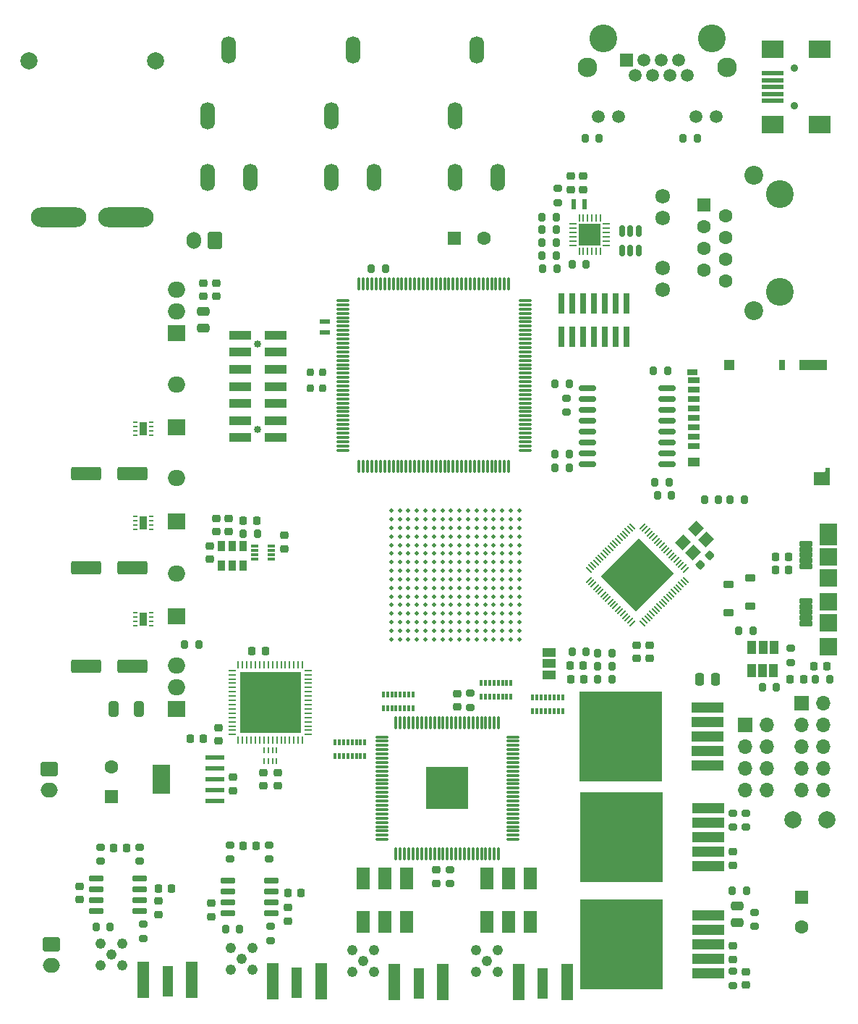
<source format=gbr>
%TF.GenerationSoftware,KiCad,Pcbnew,7.0.2*%
%TF.CreationDate,2024-03-22T17:28:19-04:00*%
%TF.ProjectId,MR-Core,4d522d43-6f72-4652-9e6b-696361645f70,rev?*%
%TF.SameCoordinates,Original*%
%TF.FileFunction,Soldermask,Top*%
%TF.FilePolarity,Negative*%
%FSLAX46Y46*%
G04 Gerber Fmt 4.6, Leading zero omitted, Abs format (unit mm)*
G04 Created by KiCad (PCBNEW 7.0.2) date 2024-03-22 17:28:19*
%MOMM*%
%LPD*%
G01*
G04 APERTURE LIST*
G04 Aperture macros list*
%AMRoundRect*
0 Rectangle with rounded corners*
0 $1 Rounding radius*
0 $2 $3 $4 $5 $6 $7 $8 $9 X,Y pos of 4 corners*
0 Add a 4 corners polygon primitive as box body*
4,1,4,$2,$3,$4,$5,$6,$7,$8,$9,$2,$3,0*
0 Add four circle primitives for the rounded corners*
1,1,$1+$1,$2,$3*
1,1,$1+$1,$4,$5*
1,1,$1+$1,$6,$7*
1,1,$1+$1,$8,$9*
0 Add four rect primitives between the rounded corners*
20,1,$1+$1,$2,$3,$4,$5,0*
20,1,$1+$1,$4,$5,$6,$7,0*
20,1,$1+$1,$6,$7,$8,$9,0*
20,1,$1+$1,$8,$9,$2,$3,0*%
%AMRotRect*
0 Rectangle, with rotation*
0 The origin of the aperture is its center*
0 $1 length*
0 $2 width*
0 $3 Rotation angle, in degrees counterclockwise*
0 Add horizontal line*
21,1,$1,$2,0,0,$3*%
G04 Aperture macros list end*
%ADD10RoundRect,0.225000X0.225000X0.250000X-0.225000X0.250000X-0.225000X-0.250000X0.225000X-0.250000X0*%
%ADD11R,3.700000X1.150000*%
%ADD12R,9.750000X10.500000*%
%ADD13RoundRect,0.150000X-0.875000X-0.150000X0.875000X-0.150000X0.875000X0.150000X-0.875000X0.150000X0*%
%ADD14R,2.000000X1.905000*%
%ADD15O,2.000000X1.905000*%
%ADD16RoundRect,0.200000X-0.200000X-0.275000X0.200000X-0.275000X0.200000X0.275000X-0.200000X0.275000X0*%
%ADD17RoundRect,0.200000X-0.275000X0.200000X-0.275000X-0.200000X0.275000X-0.200000X0.275000X0.200000X0*%
%ADD18R,1.400000X0.700000*%
%ADD19R,1.200000X0.700000*%
%ADD20R,0.800000X1.200000*%
%ADD21R,1.900000X1.500000*%
%ADD22RotRect,0.200000X0.200000X135.000000*%
%ADD23R,0.500000X0.500000*%
%ADD24R,1.400000X1.000000*%
%ADD25R,1.200000X1.200000*%
%ADD26R,3.200000X1.200000*%
%ADD27RoundRect,0.225000X-0.225000X-0.250000X0.225000X-0.250000X0.225000X0.250000X-0.225000X0.250000X0*%
%ADD28R,1.270000X3.600000*%
%ADD29R,1.350000X4.200000*%
%ADD30C,1.240000*%
%ADD31RoundRect,0.218750X-0.218750X-0.256250X0.218750X-0.256250X0.218750X0.256250X-0.218750X0.256250X0*%
%ADD32RoundRect,0.225000X-0.250000X0.225000X-0.250000X-0.225000X0.250000X-0.225000X0.250000X0.225000X0*%
%ADD33RoundRect,0.250000X-0.750000X0.600000X-0.750000X-0.600000X0.750000X-0.600000X0.750000X0.600000X0*%
%ADD34O,2.000000X1.700000*%
%ADD35RoundRect,0.200000X0.275000X-0.200000X0.275000X0.200000X-0.275000X0.200000X-0.275000X-0.200000X0*%
%ADD36RoundRect,0.250000X0.475000X-0.250000X0.475000X0.250000X-0.475000X0.250000X-0.475000X-0.250000X0*%
%ADD37R,1.500000X1.000000*%
%ADD38C,0.900000*%
%ADD39R,2.500000X0.500000*%
%ADD40R,2.500000X2.000000*%
%ADD41RoundRect,0.225000X0.017678X-0.335876X0.335876X-0.017678X-0.017678X0.335876X-0.335876X0.017678X0*%
%ADD42RoundRect,0.200000X0.200000X0.275000X-0.200000X0.275000X-0.200000X-0.275000X0.200000X-0.275000X0*%
%ADD43RoundRect,0.225000X0.250000X-0.225000X0.250000X0.225000X-0.250000X0.225000X-0.250000X-0.225000X0*%
%ADD44RoundRect,0.250000X-0.250000X-0.475000X0.250000X-0.475000X0.250000X0.475000X-0.250000X0.475000X0*%
%ADD45O,1.712000X3.220000*%
%ADD46C,2.000000*%
%ADD47O,6.500000X2.300000*%
%ADD48RoundRect,0.250000X1.500000X0.550000X-1.500000X0.550000X-1.500000X-0.550000X1.500000X-0.550000X0*%
%ADD49RoundRect,0.225000X0.375000X-0.225000X0.375000X0.225000X-0.375000X0.225000X-0.375000X-0.225000X0*%
%ADD50R,1.600000X1.600000*%
%ADD51C,1.600000*%
%ADD52RoundRect,0.250000X0.600000X0.750000X-0.600000X0.750000X-0.600000X-0.750000X0.600000X-0.750000X0*%
%ADD53O,1.700000X2.000000*%
%ADD54R,0.300000X0.800000*%
%ADD55RoundRect,0.050000X0.309359X-0.238649X-0.238649X0.309359X-0.309359X0.238649X0.238649X-0.309359X0*%
%ADD56RoundRect,0.050000X0.309359X0.238649X0.238649X0.309359X-0.309359X-0.238649X-0.238649X-0.309359X0*%
%ADD57RotRect,5.810000X6.310000X135.000000*%
%ADD58R,0.600000X1.200000*%
%ADD59R,0.890000X1.290000*%
%ADD60RoundRect,0.075000X0.075000X-0.662500X0.075000X0.662500X-0.075000X0.662500X-0.075000X-0.662500X0*%
%ADD61RoundRect,0.075000X0.662500X-0.075000X0.662500X0.075000X-0.662500X0.075000X-0.662500X-0.075000X0*%
%ADD62R,5.000000X5.000000*%
%ADD63C,3.250000*%
%ADD64R,1.500000X1.500000*%
%ADD65C,1.500000*%
%ADD66C,2.300000*%
%ADD67R,0.500000X0.250000*%
%ADD68R,0.900000X1.600000*%
%ADD69RoundRect,0.102000X0.675000X-0.200000X0.675000X0.200000X-0.675000X0.200000X-0.675000X-0.200000X0*%
%ADD70RoundRect,0.102000X0.950000X-0.900000X0.950000X0.900000X-0.950000X0.900000X-0.950000X-0.900000X0*%
%ADD71RoundRect,0.102000X0.950000X-0.950000X0.950000X0.950000X-0.950000X0.950000X-0.950000X-0.950000X0*%
%ADD72RoundRect,0.102000X0.950000X-1.150000X0.950000X1.150000X-0.950000X1.150000X-0.950000X-1.150000X0*%
%ADD73RoundRect,0.248000X0.552000X-0.552000X0.552000X0.552000X-0.552000X0.552000X-0.552000X-0.552000X0*%
%ADD74C,1.720000*%
%ADD75C,2.200000*%
%ADD76C,0.850000*%
%ADD77R,2.580000X1.000000*%
%ADD78RoundRect,0.200000X-0.200000X-0.250000X0.200000X-0.250000X0.200000X0.250000X-0.200000X0.250000X0*%
%ADD79RoundRect,0.218750X-0.256250X0.218750X-0.256250X-0.218750X0.256250X-0.218750X0.256250X0.218750X0*%
%ADD80R,1.700000X1.700000*%
%ADD81O,1.700000X1.700000*%
%ADD82R,1.000000X1.500000*%
%ADD83RoundRect,0.218750X0.218750X0.256250X-0.218750X0.256250X-0.218750X-0.256250X0.218750X-0.256250X0*%
%ADD84R,1.200000X0.600000*%
%ADD85R,0.280000X0.640000*%
%ADD86RoundRect,0.150000X0.725000X0.150000X-0.725000X0.150000X-0.725000X-0.150000X0.725000X-0.150000X0*%
%ADD87R,0.850000X0.300000*%
%ADD88RoundRect,0.062500X-0.062500X0.375000X-0.062500X-0.375000X0.062500X-0.375000X0.062500X0.375000X0*%
%ADD89RoundRect,0.062500X-0.375000X0.062500X-0.375000X-0.062500X0.375000X-0.062500X0.375000X0.062500X0*%
%ADD90R,2.500000X2.500000*%
%ADD91RoundRect,0.250000X0.325000X0.650000X-0.325000X0.650000X-0.325000X-0.650000X0.325000X-0.650000X0*%
%ADD92RoundRect,0.062500X0.062500X-0.375000X0.062500X0.375000X-0.062500X0.375000X-0.062500X-0.375000X0*%
%ADD93RoundRect,0.062500X0.375000X-0.062500X0.375000X0.062500X-0.375000X0.062500X-0.375000X-0.062500X0*%
%ADD94R,7.150000X7.150000*%
%ADD95RoundRect,0.150000X-0.150000X0.512500X-0.150000X-0.512500X0.150000X-0.512500X0.150000X0.512500X0*%
%ADD96R,1.650000X2.540000*%
%ADD97R,2.200000X0.600000*%
%ADD98R,2.150000X3.450000*%
%ADD99R,0.740000X2.400000*%
%ADD100C,0.500000*%
%ADD101RoundRect,0.075000X-0.662500X-0.075000X0.662500X-0.075000X0.662500X0.075000X-0.662500X0.075000X0*%
%ADD102RoundRect,0.075000X-0.075000X-0.662500X0.075000X-0.662500X0.075000X0.662500X-0.075000X0.662500X0*%
%ADD103RotRect,1.400000X1.200000X225.000000*%
G04 APERTURE END LIST*
D10*
%TO.C,C104*%
X179025000Y-93750000D03*
X177475000Y-93750000D03*
%TD*%
D11*
%TO.C,U19*%
X169600000Y-140900000D03*
X169600000Y-139200000D03*
X169600000Y-137500000D03*
X169600000Y-135800000D03*
X169600000Y-134100000D03*
D12*
X159425000Y-137500000D03*
%TD*%
D13*
%TO.C,U15*%
X155500000Y-72495429D03*
X155500000Y-73765429D03*
X155500000Y-75035429D03*
X155500000Y-76305429D03*
X155500000Y-77575429D03*
X155500000Y-78845429D03*
X155500000Y-80115429D03*
X155500000Y-81385429D03*
X164800000Y-81385429D03*
X164800000Y-80115429D03*
X164800000Y-78845429D03*
X164800000Y-77575429D03*
X164800000Y-76305429D03*
X164800000Y-75035429D03*
X164800000Y-73765429D03*
X164800000Y-72495429D03*
%TD*%
D14*
%TO.C,R25*%
X107400000Y-77040000D03*
D15*
X107400000Y-72040000D03*
%TD*%
D16*
%TO.C,R23*%
X97950000Y-135500000D03*
X99600000Y-135500000D03*
%TD*%
D17*
%TO.C,R17*%
X113675000Y-125925000D03*
X113675000Y-127575000D03*
%TD*%
D18*
%TO.C,J24*%
X167875000Y-79275000D03*
X167875000Y-78175000D03*
X167875000Y-77075000D03*
X167875000Y-75975000D03*
X167875000Y-74875000D03*
X167875000Y-73775000D03*
X167875000Y-72675000D03*
X167875000Y-71575000D03*
D19*
X167775000Y-70625000D03*
D20*
X178275000Y-69775000D03*
D21*
X182875000Y-83075000D03*
D22*
X183325000Y-82325000D03*
D23*
X183575000Y-82075000D03*
D24*
X167875000Y-81175000D03*
D25*
X172075000Y-69775000D03*
D26*
X181875000Y-69775000D03*
%TD*%
D27*
%TO.C,C103*%
X181975000Y-105000000D03*
X183525000Y-105000000D03*
%TD*%
D28*
%TO.C,J17*%
X135700000Y-142087500D03*
D29*
X132875000Y-141887500D03*
X138525000Y-141887500D03*
%TD*%
D30*
%TO.C,J1*%
X143730000Y-139500000D03*
X142460000Y-138230000D03*
X142460000Y-140770000D03*
X145000000Y-138230000D03*
X145000000Y-140770000D03*
%TD*%
%TO.C,J2*%
X129250000Y-139500000D03*
X127980000Y-138230000D03*
X127980000Y-140770000D03*
X130520000Y-138230000D03*
X130520000Y-140770000D03*
%TD*%
D31*
%TO.C,D4*%
X179212500Y-106500000D03*
X180787500Y-106500000D03*
%TD*%
D16*
%TO.C,R37*%
X150175000Y-54000000D03*
X151825000Y-54000000D03*
%TD*%
D14*
%TO.C,R26*%
X107400000Y-99200000D03*
D15*
X107400000Y-94200000D03*
%TD*%
D32*
%TO.C,C125*%
X161250000Y-102570429D03*
X161250000Y-104120429D03*
%TD*%
D33*
%TO.C,J20*%
X92750000Y-137500000D03*
D34*
X92750000Y-140000000D03*
%TD*%
D17*
%TO.C,R54*%
X153000000Y-73675000D03*
X153000000Y-75325000D03*
%TD*%
D32*
%TO.C,C91*%
X96000000Y-130725000D03*
X96000000Y-132275000D03*
%TD*%
D35*
%TO.C,R60*%
X179250000Y-104575000D03*
X179250000Y-102925000D03*
%TD*%
D36*
%TO.C,C155*%
X110500000Y-65450000D03*
X110500000Y-63550000D03*
%TD*%
D30*
%TO.C,J3*%
X99797500Y-138750000D03*
X101067500Y-140020000D03*
X101067500Y-137480000D03*
X98527500Y-140020000D03*
X98527500Y-137480000D03*
%TD*%
D37*
%TO.C,JP8*%
X151000000Y-106000000D03*
X151000000Y-104700000D03*
X151000000Y-103400000D03*
%TD*%
D38*
%TO.C,J23*%
X179725000Y-39500000D03*
X179725000Y-35100000D03*
D39*
X177125000Y-38900000D03*
X177125000Y-38100000D03*
X177125000Y-37300000D03*
X177125000Y-36500000D03*
X177125000Y-35700000D03*
D40*
X177125000Y-41700000D03*
X182625000Y-41700000D03*
X177125000Y-32900000D03*
X182625000Y-32900000D03*
%TD*%
D27*
%TO.C,C190*%
X115200000Y-88000000D03*
X116750000Y-88000000D03*
%TD*%
D41*
%TO.C,C106*%
X168701992Y-93143437D03*
X169798008Y-92047421D03*
%TD*%
D42*
%TO.C,R56*%
X173825000Y-85500000D03*
X172175000Y-85500000D03*
%TD*%
D43*
%TO.C,C191*%
X112000000Y-89275000D03*
X112000000Y-87725000D03*
%TD*%
D44*
%TO.C,C136*%
X168550000Y-106500000D03*
X170450000Y-106500000D03*
%TD*%
D45*
%TO.C,J22*%
X128000000Y-33000000D03*
X125500000Y-47900000D03*
X130500000Y-47900000D03*
X125500000Y-40700000D03*
%TD*%
D16*
%TO.C,R77*%
X163175000Y-70500000D03*
X164825000Y-70500000D03*
%TD*%
D35*
%TO.C,R99*%
X172500000Y-123825000D03*
X172500000Y-122175000D03*
%TD*%
D31*
%TO.C,D9*%
X153412500Y-104900000D03*
X154987500Y-104900000D03*
%TD*%
D17*
%TO.C,R12*%
X141750000Y-108175000D03*
X141750000Y-109825000D03*
%TD*%
D16*
%TO.C,R78*%
X151675000Y-81845429D03*
X153325000Y-81845429D03*
%TD*%
D46*
%TO.C,J12*%
X90110000Y-34260000D03*
X104890000Y-34260000D03*
D47*
X93550000Y-52500000D03*
X101450000Y-52500000D03*
%TD*%
D48*
%TO.C,C138*%
X102200000Y-82500000D03*
X96800000Y-82500000D03*
%TD*%
D42*
%TO.C,R59*%
X174825000Y-100845429D03*
X173175000Y-100845429D03*
%TD*%
D35*
%TO.C,RBIAS1*%
X139400000Y-130425000D03*
X139400000Y-128775000D03*
%TD*%
D49*
%TO.C,D2*%
X172000000Y-98745429D03*
X172000000Y-95445429D03*
%TD*%
D28*
%TO.C,J18*%
X150250000Y-142087500D03*
D29*
X147425000Y-141887500D03*
X153075000Y-141887500D03*
%TD*%
D42*
%TO.C,R57*%
X170825000Y-85500000D03*
X169175000Y-85500000D03*
%TD*%
D10*
%TO.C,C158*%
X110500000Y-113500000D03*
X108950000Y-113500000D03*
%TD*%
D50*
%TO.C,C139*%
X180500000Y-132000000D03*
D51*
X180500000Y-135500000D03*
%TD*%
D32*
%TO.C,C192*%
X111250000Y-90975000D03*
X111250000Y-92525000D03*
%TD*%
D16*
%TO.C,R96*%
X172425000Y-131250000D03*
X174075000Y-131250000D03*
%TD*%
D52*
%TO.C,J19*%
X111900000Y-55200000D03*
D53*
X109400000Y-55200000D03*
%TD*%
D54*
%TO.C,RN3*%
X129420000Y-115482929D03*
X128920000Y-115482929D03*
X128420000Y-115482929D03*
X127920000Y-115482929D03*
X127420000Y-115482929D03*
X126920000Y-115482929D03*
X126420000Y-115482929D03*
X125920000Y-115482929D03*
X125920000Y-113882929D03*
X126420000Y-113882929D03*
X126920000Y-113882929D03*
X127420000Y-113882929D03*
X127920000Y-113882929D03*
X128420000Y-113882929D03*
X128920000Y-113882929D03*
X129420000Y-113882929D03*
%TD*%
D55*
%TO.C,U6*%
X161892202Y-100002373D03*
X162175045Y-99719530D03*
X162457887Y-99436687D03*
X162740730Y-99153845D03*
X163023573Y-98871002D03*
X163306415Y-98588159D03*
X163589258Y-98305316D03*
X163872101Y-98022474D03*
X164154944Y-97739631D03*
X164437786Y-97456788D03*
X164720629Y-97173946D03*
X165003472Y-96891103D03*
X165286314Y-96608260D03*
X165569157Y-96325417D03*
X165852000Y-96042575D03*
X166134843Y-95759732D03*
X166417685Y-95476889D03*
X166700528Y-95194047D03*
X166983371Y-94911204D03*
D56*
X166983371Y-93726800D03*
X166700528Y-93443957D03*
X166417685Y-93161115D03*
X166134843Y-92878272D03*
X165852000Y-92595429D03*
X165569157Y-92312587D03*
X165286314Y-92029744D03*
X165003472Y-91746901D03*
X164720629Y-91464058D03*
X164437786Y-91181216D03*
X164154944Y-90898373D03*
X163872101Y-90615530D03*
X163589258Y-90332688D03*
X163306415Y-90049845D03*
X163023573Y-89767002D03*
X162740730Y-89484159D03*
X162457887Y-89201317D03*
X162175045Y-88918474D03*
X161892202Y-88635631D03*
D55*
X160707798Y-88635631D03*
X160424955Y-88918474D03*
X160142113Y-89201317D03*
X159859270Y-89484159D03*
X159576427Y-89767002D03*
X159293585Y-90049845D03*
X159010742Y-90332688D03*
X158727899Y-90615530D03*
X158445056Y-90898373D03*
X158162214Y-91181216D03*
X157879371Y-91464058D03*
X157596528Y-91746901D03*
X157313686Y-92029744D03*
X157030843Y-92312587D03*
X156748000Y-92595429D03*
X156465157Y-92878272D03*
X156182315Y-93161115D03*
X155899472Y-93443957D03*
X155616629Y-93726800D03*
D56*
X155616629Y-94911204D03*
X155899472Y-95194047D03*
X156182315Y-95476889D03*
X156465157Y-95759732D03*
X156748000Y-96042575D03*
X157030843Y-96325417D03*
X157313686Y-96608260D03*
X157596528Y-96891103D03*
X157879371Y-97173946D03*
X158162214Y-97456788D03*
X158445056Y-97739631D03*
X158727899Y-98022474D03*
X159010742Y-98305316D03*
X159293585Y-98588159D03*
X159576427Y-98871002D03*
X159859270Y-99153845D03*
X160142113Y-99436687D03*
X160424955Y-99719530D03*
X160707798Y-100002373D03*
D57*
X161300000Y-94319002D03*
%TD*%
D58*
%TO.C,Y1*%
X155100000Y-51000000D03*
X153900000Y-51000000D03*
%TD*%
D32*
%TO.C,C95*%
X119250000Y-117475000D03*
X119250000Y-119025000D03*
%TD*%
D43*
%TO.C,C6*%
X112250000Y-113775000D03*
X112250000Y-112225000D03*
%TD*%
D32*
%TO.C,C197*%
X110500000Y-60225000D03*
X110500000Y-61775000D03*
%TD*%
D16*
%TO.C,R21*%
X113100000Y-135750000D03*
X114750000Y-135750000D03*
%TD*%
D59*
%TO.C,U3*%
X112660000Y-93250000D03*
X113930000Y-93250000D03*
X115200000Y-93250000D03*
X115200000Y-91000000D03*
X113930000Y-91000000D03*
X112660000Y-91000000D03*
%TD*%
D42*
%TO.C,R81*%
X153325000Y-80190429D03*
X151675000Y-80190429D03*
%TD*%
D16*
%TO.C,R36*%
X150175000Y-52500000D03*
X151825000Y-52500000D03*
%TD*%
D46*
%TO.C,TP8*%
X183500000Y-123000000D03*
%TD*%
D28*
%TO.C,J8*%
X106325000Y-141837500D03*
D29*
X103500000Y-141637500D03*
X109150000Y-141637500D03*
%TD*%
D48*
%TO.C,C202*%
X102200000Y-105000000D03*
X96800000Y-105000000D03*
%TD*%
D35*
%TO.C,R22*%
X103525000Y-136825000D03*
X103525000Y-135175000D03*
%TD*%
D60*
%TO.C,U1*%
X133070000Y-126932929D03*
X133570000Y-126932929D03*
X134070000Y-126932929D03*
X134570000Y-126932929D03*
X135070000Y-126932929D03*
X135570000Y-126932929D03*
X136070000Y-126932929D03*
X136570000Y-126932929D03*
X137070000Y-126932929D03*
X137570000Y-126932929D03*
X138070000Y-126932929D03*
X138570000Y-126932929D03*
X139070000Y-126932929D03*
X139570000Y-126932929D03*
X140070000Y-126932929D03*
X140570000Y-126932929D03*
X141070000Y-126932929D03*
X141570000Y-126932929D03*
X142070000Y-126932929D03*
X142570000Y-126932929D03*
X143070000Y-126932929D03*
X143570000Y-126932929D03*
X144070000Y-126932929D03*
X144570000Y-126932929D03*
X145070000Y-126932929D03*
D61*
X146732500Y-125270429D03*
X146732500Y-124770429D03*
X146732500Y-124270429D03*
X146732500Y-123770429D03*
X146732500Y-123270429D03*
X146732500Y-122770429D03*
X146732500Y-122270429D03*
X146732500Y-121770429D03*
X146732500Y-121270429D03*
X146732500Y-120770429D03*
X146732500Y-120270429D03*
X146732500Y-119770429D03*
X146732500Y-119270429D03*
X146732500Y-118770429D03*
X146732500Y-118270429D03*
X146732500Y-117770429D03*
X146732500Y-117270429D03*
X146732500Y-116770429D03*
X146732500Y-116270429D03*
X146732500Y-115770429D03*
X146732500Y-115270429D03*
X146732500Y-114770429D03*
X146732500Y-114270429D03*
X146732500Y-113770429D03*
X146732500Y-113270429D03*
D60*
X145070000Y-111607929D03*
X144570000Y-111607929D03*
X144070000Y-111607929D03*
X143570000Y-111607929D03*
X143070000Y-111607929D03*
X142570000Y-111607929D03*
X142070000Y-111607929D03*
X141570000Y-111607929D03*
X141070000Y-111607929D03*
X140570000Y-111607929D03*
X140070000Y-111607929D03*
X139570000Y-111607929D03*
X139070000Y-111607929D03*
X138570000Y-111607929D03*
X138070000Y-111607929D03*
X137570000Y-111607929D03*
X137070000Y-111607929D03*
X136570000Y-111607929D03*
X136070000Y-111607929D03*
X135570000Y-111607929D03*
X135070000Y-111607929D03*
X134570000Y-111607929D03*
X134070000Y-111607929D03*
X133570000Y-111607929D03*
X133070000Y-111607929D03*
D61*
X131407500Y-113270429D03*
X131407500Y-113770429D03*
X131407500Y-114270429D03*
X131407500Y-114770429D03*
X131407500Y-115270429D03*
X131407500Y-115770429D03*
X131407500Y-116270429D03*
X131407500Y-116770429D03*
X131407500Y-117270429D03*
X131407500Y-117770429D03*
X131407500Y-118270429D03*
X131407500Y-118770429D03*
X131407500Y-119270429D03*
X131407500Y-119770429D03*
X131407500Y-120270429D03*
X131407500Y-120770429D03*
X131407500Y-121270429D03*
X131407500Y-121770429D03*
X131407500Y-122270429D03*
X131407500Y-122770429D03*
X131407500Y-123270429D03*
X131407500Y-123770429D03*
X131407500Y-124270429D03*
X131407500Y-124770429D03*
X131407500Y-125270429D03*
D62*
X139070000Y-119270429D03*
%TD*%
D28*
%TO.C,J16*%
X121450000Y-142037500D03*
D29*
X118625000Y-141837500D03*
X124275000Y-141837500D03*
%TD*%
D63*
%TO.C,J9*%
X157290000Y-31585000D03*
X169990000Y-31585000D03*
D64*
X160080000Y-34125000D03*
D65*
X161096000Y-35905000D03*
X162112000Y-34125000D03*
X163128000Y-35905000D03*
X164144000Y-34125000D03*
X165160000Y-35905000D03*
X166176000Y-34125000D03*
X167192000Y-35905000D03*
X156780000Y-40725000D03*
X159070000Y-40725000D03*
X168210000Y-40725000D03*
X170500000Y-40725000D03*
D66*
X155510000Y-35015000D03*
X171770000Y-35015000D03*
%TD*%
D42*
%TO.C,R31*%
X110000000Y-102500000D03*
X108350000Y-102500000D03*
%TD*%
D54*
%TO.C,RN4*%
X143020000Y-106932929D03*
X143520000Y-106932929D03*
X144020000Y-106932929D03*
X144520000Y-106932929D03*
X145020000Y-106932929D03*
X145520000Y-106932929D03*
X146020000Y-106932929D03*
X146520000Y-106932929D03*
X146520000Y-108532929D03*
X146020000Y-108532929D03*
X145520000Y-108532929D03*
X145020000Y-108532929D03*
X144520000Y-108532929D03*
X144020000Y-108532929D03*
X143520000Y-108532929D03*
X143020000Y-108532929D03*
%TD*%
D35*
%TO.C,R7*%
X118175000Y-127575000D03*
X118175000Y-125925000D03*
%TD*%
D67*
%TO.C,U27*%
X104450000Y-89000000D03*
X104450000Y-88500000D03*
X104450000Y-88000000D03*
X104450000Y-87500000D03*
X102550000Y-87500000D03*
X102550000Y-88000000D03*
X102550000Y-88500000D03*
X102550000Y-89000000D03*
D68*
X103500000Y-88250000D03*
%TD*%
D69*
%TO.C,J14*%
X181000000Y-100000000D03*
X181000000Y-99350000D03*
X181000000Y-98700000D03*
X181000000Y-98050000D03*
X181000000Y-97400000D03*
X181000000Y-93300000D03*
X181000000Y-92650000D03*
X181000000Y-92000000D03*
X181000000Y-91350000D03*
X181000000Y-90700000D03*
D70*
X183675000Y-102700000D03*
D71*
X183675000Y-99900000D03*
X183675000Y-97500000D03*
D70*
X183675000Y-94700000D03*
X183675000Y-92200000D03*
D72*
X183675000Y-89600000D03*
%TD*%
D46*
%TO.C,TP7*%
X179500000Y-123000000D03*
%TD*%
D63*
%TO.C,J15*%
X178000000Y-49785000D03*
X178000000Y-61215000D03*
D73*
X169110000Y-51055000D03*
D51*
X171650000Y-52325000D03*
X169110000Y-53595000D03*
X171650000Y-54865000D03*
X169110000Y-56135000D03*
X171650000Y-57405000D03*
X169110000Y-58675000D03*
X171650000Y-59945000D03*
D74*
X164280000Y-50035000D03*
X164280000Y-52575000D03*
X164280000Y-58425000D03*
X164280000Y-60965000D03*
D75*
X174950000Y-47600000D03*
X174950000Y-63400000D03*
%TD*%
D76*
%TO.C,J13*%
X116900000Y-77300000D03*
X116900000Y-67300000D03*
D77*
X118985000Y-78300000D03*
X114815000Y-78300000D03*
X118985000Y-76300000D03*
X114815000Y-76300000D03*
X118985000Y-74300000D03*
X114815000Y-74300000D03*
X118985000Y-72300000D03*
X114815000Y-72300000D03*
X118985000Y-70300000D03*
X114815000Y-70300000D03*
X118985000Y-68300000D03*
X114815000Y-68300000D03*
X118985000Y-66300000D03*
X114815000Y-66300000D03*
%TD*%
D42*
%TO.C,R47*%
X158325000Y-103500000D03*
X156675000Y-103500000D03*
%TD*%
D54*
%TO.C,RN6*%
X131570000Y-108332929D03*
X132070000Y-108332929D03*
X132570000Y-108332929D03*
X133070000Y-108332929D03*
X133570000Y-108332929D03*
X134070000Y-108332929D03*
X134570000Y-108332929D03*
X135070000Y-108332929D03*
X135070000Y-109932929D03*
X134570000Y-109932929D03*
X134070000Y-109932929D03*
X133570000Y-109932929D03*
X133070000Y-109932929D03*
X132570000Y-109932929D03*
X132070000Y-109932929D03*
X131570000Y-109932929D03*
%TD*%
D35*
%TO.C,R95*%
X175000000Y-135425000D03*
X175000000Y-133775000D03*
%TD*%
D16*
%TO.C,R80*%
X163350000Y-83500000D03*
X165000000Y-83500000D03*
%TD*%
D11*
%TO.C,U20*%
X169500000Y-116600000D03*
X169500000Y-114900000D03*
X169500000Y-113200000D03*
X169500000Y-111500000D03*
X169500000Y-109800000D03*
D12*
X159325000Y-113200000D03*
%TD*%
D43*
%TO.C,C11*%
X172500000Y-128275000D03*
X172500000Y-126725000D03*
%TD*%
D78*
%TO.C,X1*%
X123025000Y-70650000D03*
X123025000Y-72500000D03*
X124475000Y-72500000D03*
X124475000Y-70650000D03*
%TD*%
D42*
%TO.C,R51*%
X158325000Y-106500000D03*
X156675000Y-106500000D03*
%TD*%
D17*
%TO.C,R19*%
X98525000Y-126175000D03*
X98525000Y-127825000D03*
%TD*%
D32*
%TO.C,C124*%
X162750000Y-102570429D03*
X162750000Y-104120429D03*
%TD*%
D42*
%TO.C,R76*%
X158325000Y-105000000D03*
X156675000Y-105000000D03*
%TD*%
D50*
%TO.C,C198*%
X99750000Y-120250000D03*
D51*
X99750000Y-116750000D03*
%TD*%
D79*
%TO.C,D7*%
X112000000Y-60212500D03*
X112000000Y-61787500D03*
%TD*%
D80*
%TO.C,J6*%
X180500000Y-109340000D03*
D81*
X183040000Y-109340000D03*
X180500000Y-111880000D03*
X183040000Y-111880000D03*
X180500000Y-114420000D03*
X183040000Y-114420000D03*
X180500000Y-116960000D03*
X183040000Y-116960000D03*
X180500000Y-119500000D03*
X183040000Y-119500000D03*
%TD*%
D82*
%TO.C,JP2*%
X174650000Y-105500000D03*
X175950000Y-105500000D03*
X177250000Y-105500000D03*
%TD*%
D14*
%TO.C,U14*%
X107400000Y-66040000D03*
D15*
X107400000Y-63500000D03*
X107400000Y-60960000D03*
%TD*%
D16*
%TO.C,R35*%
X150175000Y-55500000D03*
X151825000Y-55500000D03*
%TD*%
D83*
%TO.C,D8*%
X155075000Y-106500000D03*
X153500000Y-106500000D03*
%TD*%
D11*
%TO.C,U21*%
X169600000Y-128400000D03*
X169600000Y-126700000D03*
X169600000Y-125000000D03*
X169600000Y-123300000D03*
X169600000Y-121600000D03*
D12*
X159425000Y-125000000D03*
%TD*%
D84*
%TO.C,Y3*%
X124750000Y-65950000D03*
X124750000Y-64750000D03*
%TD*%
D43*
%TO.C,C157*%
X114000000Y-119550000D03*
X114000000Y-118000000D03*
%TD*%
D85*
%TO.C,C8*%
X117600000Y-116135000D03*
X118100000Y-116135000D03*
X118600000Y-116135000D03*
X119100000Y-116135000D03*
X119100000Y-114865000D03*
X118600000Y-114865000D03*
X118100000Y-114865000D03*
X117600000Y-114865000D03*
%TD*%
D16*
%TO.C,R93*%
X155175000Y-43250000D03*
X156825000Y-43250000D03*
%TD*%
D86*
%TO.C,U8*%
X103100000Y-133655000D03*
X103100000Y-132385000D03*
X103100000Y-131115000D03*
X103100000Y-129845000D03*
X97950000Y-129845000D03*
X97950000Y-131115000D03*
X97950000Y-132385000D03*
X97950000Y-133655000D03*
%TD*%
D45*
%TO.C,J7*%
X113500000Y-33000000D03*
X111000000Y-47900000D03*
X116000000Y-47900000D03*
X111000000Y-40700000D03*
%TD*%
D87*
%TO.C,U7*%
X116550000Y-91000000D03*
X116550000Y-91500000D03*
X116550000Y-92000000D03*
X116550000Y-92500000D03*
X118450000Y-92500000D03*
X118450000Y-92000000D03*
X118450000Y-91500000D03*
X118450000Y-91000000D03*
%TD*%
D88*
%TO.C,U13*%
X157000000Y-52625000D03*
X156500000Y-52625000D03*
X156000000Y-52625000D03*
X155500000Y-52625000D03*
X155000000Y-52625000D03*
X154500000Y-52625000D03*
D89*
X153812500Y-53312500D03*
X153812500Y-53812500D03*
X153812500Y-54312500D03*
X153812500Y-54812500D03*
X153812500Y-55312500D03*
X153812500Y-55812500D03*
D88*
X154500000Y-56500000D03*
X155000000Y-56500000D03*
X155500000Y-56500000D03*
X156000000Y-56500000D03*
X156500000Y-56500000D03*
X157000000Y-56500000D03*
D89*
X157687500Y-55812500D03*
X157687500Y-55312500D03*
X157687500Y-54812500D03*
X157687500Y-54312500D03*
X157687500Y-53812500D03*
X157687500Y-53312500D03*
D90*
X155750000Y-54562500D03*
%TD*%
D42*
%TO.C,R6*%
X116825000Y-89500000D03*
X115175000Y-89500000D03*
%TD*%
D17*
%TO.C,R100*%
X174000000Y-122175000D03*
X174000000Y-123825000D03*
%TD*%
D16*
%TO.C,R34*%
X150175000Y-57000000D03*
X151825000Y-57000000D03*
%TD*%
D91*
%TO.C,C201*%
X102950000Y-110000000D03*
X100000000Y-110000000D03*
%TD*%
D92*
%TO.C,U5*%
X114612500Y-113687500D03*
X115112500Y-113687500D03*
X115612500Y-113687500D03*
X116112500Y-113687500D03*
X116612500Y-113687500D03*
X117112500Y-113687500D03*
X117612500Y-113687500D03*
X118112500Y-113687500D03*
X118612500Y-113687500D03*
X119112500Y-113687500D03*
X119612500Y-113687500D03*
X120112500Y-113687500D03*
X120612500Y-113687500D03*
X121112500Y-113687500D03*
X121612500Y-113687500D03*
X122112500Y-113687500D03*
D93*
X122800000Y-113000000D03*
X122800000Y-112500000D03*
X122800000Y-112000000D03*
X122800000Y-111500000D03*
X122800000Y-111000000D03*
X122800000Y-110500000D03*
X122800000Y-110000000D03*
X122800000Y-109500000D03*
X122800000Y-109000000D03*
X122800000Y-108500000D03*
X122800000Y-108000000D03*
X122800000Y-107500000D03*
X122800000Y-107000000D03*
X122800000Y-106500000D03*
X122800000Y-106000000D03*
X122800000Y-105500000D03*
D92*
X122112500Y-104812500D03*
X121612500Y-104812500D03*
X121112500Y-104812500D03*
X120612500Y-104812500D03*
X120112500Y-104812500D03*
X119612500Y-104812500D03*
X119112500Y-104812500D03*
X118612500Y-104812500D03*
X118112500Y-104812500D03*
X117612500Y-104812500D03*
X117112500Y-104812500D03*
X116612500Y-104812500D03*
X116112500Y-104812500D03*
X115612500Y-104812500D03*
X115112500Y-104812500D03*
X114612500Y-104812500D03*
D93*
X113925000Y-105500000D03*
X113925000Y-106000000D03*
X113925000Y-106500000D03*
X113925000Y-107000000D03*
X113925000Y-107500000D03*
X113925000Y-108000000D03*
X113925000Y-108500000D03*
X113925000Y-109000000D03*
X113925000Y-109500000D03*
X113925000Y-110000000D03*
X113925000Y-110500000D03*
X113925000Y-111000000D03*
X113925000Y-111500000D03*
X113925000Y-112000000D03*
X113925000Y-112500000D03*
X113925000Y-113000000D03*
D94*
X118362500Y-109250000D03*
%TD*%
D16*
%TO.C,R46*%
X130175000Y-58500000D03*
X131825000Y-58500000D03*
%TD*%
D95*
%TO.C,U17*%
X161450000Y-54112500D03*
X160500000Y-54112500D03*
X159550000Y-54112500D03*
X159550000Y-56387500D03*
X160500000Y-56387500D03*
X161450000Y-56387500D03*
%TD*%
D43*
%TO.C,C203*%
X155000000Y-49275000D03*
X155000000Y-47725000D03*
%TD*%
D49*
%TO.C,D3*%
X174500000Y-97995429D03*
X174500000Y-94695429D03*
%TD*%
D96*
%TO.C,TR1*%
X148820000Y-129855429D03*
X146280000Y-129855429D03*
X143740000Y-129855429D03*
X143740000Y-134935429D03*
X146280000Y-134935429D03*
X148820000Y-134935429D03*
%TD*%
D97*
%TO.C,U16*%
X111887500Y-120790000D03*
X111887500Y-119520000D03*
X111887500Y-118250000D03*
X111887500Y-116980000D03*
X111887500Y-115710000D03*
D98*
X105587500Y-118250000D03*
%TD*%
D30*
%TO.C,J4*%
X115000000Y-139250000D03*
X113730000Y-140520000D03*
X116270000Y-140520000D03*
X113730000Y-137980000D03*
X116270000Y-137980000D03*
%TD*%
D36*
%TO.C,C135*%
X173000000Y-134950000D03*
X173000000Y-133050000D03*
%TD*%
D42*
%TO.C,R53*%
X165325000Y-85000000D03*
X163675000Y-85000000D03*
%TD*%
D14*
%TO.C,R30*%
X107400000Y-88040000D03*
D15*
X107400000Y-83040000D03*
%TD*%
D48*
%TO.C,C196*%
X102200000Y-93500000D03*
X96800000Y-93500000D03*
%TD*%
D99*
%TO.C,J11*%
X152380000Y-66500000D03*
X152380000Y-62600000D03*
X153650000Y-66500000D03*
X153650000Y-62600000D03*
X154920000Y-66500000D03*
X154920000Y-62600000D03*
X156190000Y-66500000D03*
X156190000Y-62600000D03*
X157460000Y-66500000D03*
X157460000Y-62600000D03*
X158730000Y-66500000D03*
X158730000Y-62600000D03*
X160000000Y-66500000D03*
X160000000Y-62600000D03*
%TD*%
D43*
%TO.C,C204*%
X153500000Y-49275000D03*
X153500000Y-47725000D03*
%TD*%
D100*
%TO.C,U2*%
X132500000Y-86845429D03*
X133500000Y-86845429D03*
X134500000Y-86845429D03*
X135500000Y-86845429D03*
X136500000Y-86845429D03*
X137500000Y-86845429D03*
X138500000Y-86845429D03*
X139500000Y-86845429D03*
X140500000Y-86845429D03*
X141500000Y-86845429D03*
X142500000Y-86845429D03*
X143500000Y-86845429D03*
X144500000Y-86845429D03*
X145500000Y-86845429D03*
X146500000Y-86845429D03*
X147500000Y-86845429D03*
X132500000Y-87845429D03*
X133500000Y-87845429D03*
X134500000Y-87845429D03*
X135500000Y-87845429D03*
X136500000Y-87845429D03*
X137500000Y-87845429D03*
X138500000Y-87845429D03*
X139500000Y-87845429D03*
X140500000Y-87845429D03*
X141500000Y-87845429D03*
X142500000Y-87845429D03*
X143500000Y-87845429D03*
X144500000Y-87845429D03*
X145500000Y-87845429D03*
X146500000Y-87845429D03*
X147500000Y-87845429D03*
X132500000Y-88845429D03*
X133500000Y-88845429D03*
X134500000Y-88845429D03*
X135500000Y-88845429D03*
X136500000Y-88845429D03*
X137500000Y-88845429D03*
X138500000Y-88845429D03*
X139500000Y-88845429D03*
X140500000Y-88845429D03*
X141500000Y-88845429D03*
X142500000Y-88845429D03*
X143500000Y-88845429D03*
X144500000Y-88845429D03*
X145500000Y-88845429D03*
X146500000Y-88845429D03*
X147500000Y-88845429D03*
X132500000Y-89845429D03*
X133500000Y-89845429D03*
X134500000Y-89845429D03*
X135500000Y-89845429D03*
X136500000Y-89845429D03*
X137500000Y-89845429D03*
X138500000Y-89845429D03*
X139500000Y-89845429D03*
X140500000Y-89845429D03*
X141500000Y-89845429D03*
X142500000Y-89845429D03*
X143500000Y-89845429D03*
X144500000Y-89845429D03*
X145500000Y-89845429D03*
X146500000Y-89845429D03*
X147500000Y-89845429D03*
X132500000Y-90845429D03*
X133500000Y-90845429D03*
X134500000Y-90845429D03*
X135500000Y-90845429D03*
X136500000Y-90845429D03*
X137500000Y-90845429D03*
X138500000Y-90845429D03*
X139500000Y-90845429D03*
X140500000Y-90845429D03*
X141500000Y-90845429D03*
X142500000Y-90845429D03*
X143500000Y-90845429D03*
X144500000Y-90845429D03*
X145500000Y-90845429D03*
X146500000Y-90845429D03*
X147500000Y-90845429D03*
X132500000Y-91845429D03*
X133500000Y-91845429D03*
X134500000Y-91845429D03*
X135500000Y-91845429D03*
X136500000Y-91845429D03*
X137500000Y-91845429D03*
X138500000Y-91845429D03*
X139500000Y-91845429D03*
X140500000Y-91845429D03*
X141500000Y-91845429D03*
X142500000Y-91845429D03*
X143500000Y-91845429D03*
X144500000Y-91845429D03*
X145500000Y-91845429D03*
X146500000Y-91845429D03*
X147500000Y-91845429D03*
X132500000Y-92845429D03*
X133500000Y-92845429D03*
X134500000Y-92845429D03*
X135500000Y-92845429D03*
X136500000Y-92845429D03*
X137500000Y-92845429D03*
X138500000Y-92845429D03*
X139500000Y-92845429D03*
X140500000Y-92845429D03*
X141500000Y-92845429D03*
X142500000Y-92845429D03*
X143500000Y-92845429D03*
X144500000Y-92845429D03*
X145500000Y-92845429D03*
X146500000Y-92845429D03*
X147500000Y-92845429D03*
X132500000Y-93845429D03*
X133500000Y-93845429D03*
X134500000Y-93845429D03*
X135500000Y-93845429D03*
X136500000Y-93845429D03*
X137500000Y-93845429D03*
X138500000Y-93845429D03*
X139500000Y-93845429D03*
X140500000Y-93845429D03*
X141500000Y-93845429D03*
X142500000Y-93845429D03*
X143500000Y-93845429D03*
X144500000Y-93845429D03*
X145500000Y-93845429D03*
X146500000Y-93845429D03*
X147500000Y-93845429D03*
X132500000Y-94845429D03*
X133500000Y-94845429D03*
X134500000Y-94845429D03*
X135500000Y-94845429D03*
X136500000Y-94845429D03*
X137500000Y-94845429D03*
X138500000Y-94845429D03*
X139500000Y-94845429D03*
X140500000Y-94845429D03*
X141500000Y-94845429D03*
X142500000Y-94845429D03*
X143500000Y-94845429D03*
X144500000Y-94845429D03*
X145500000Y-94845429D03*
X146500000Y-94845429D03*
X147500000Y-94845429D03*
X132500000Y-95845429D03*
X133500000Y-95845429D03*
X134500000Y-95845429D03*
X135500000Y-95845429D03*
X136500000Y-95845429D03*
X137500000Y-95845429D03*
X138500000Y-95845429D03*
X139500000Y-95845429D03*
X140500000Y-95845429D03*
X141500000Y-95845429D03*
X142500000Y-95845429D03*
X143500000Y-95845429D03*
X144500000Y-95845429D03*
X145500000Y-95845429D03*
X146500000Y-95845429D03*
X147500000Y-95845429D03*
X132500000Y-96845429D03*
X133500000Y-96845429D03*
X134500000Y-96845429D03*
X135500000Y-96845429D03*
X136500000Y-96845429D03*
X137500000Y-96845429D03*
X138500000Y-96845429D03*
X139500000Y-96845429D03*
X140500000Y-96845429D03*
X141500000Y-96845429D03*
X142500000Y-96845429D03*
X143500000Y-96845429D03*
X144500000Y-96845429D03*
X145500000Y-96845429D03*
X146500000Y-96845429D03*
X147500000Y-96845429D03*
X132500000Y-97845429D03*
X133500000Y-97845429D03*
X134500000Y-97845429D03*
X135500000Y-97845429D03*
X136500000Y-97845429D03*
X137500000Y-97845429D03*
X138500000Y-97845429D03*
X139500000Y-97845429D03*
X140500000Y-97845429D03*
X141500000Y-97845429D03*
X142500000Y-97845429D03*
X143500000Y-97845429D03*
X144500000Y-97845429D03*
X145500000Y-97845429D03*
X146500000Y-97845429D03*
X147500000Y-97845429D03*
X132500000Y-98845429D03*
X133500000Y-98845429D03*
X134500000Y-98845429D03*
X135500000Y-98845429D03*
X136500000Y-98845429D03*
X137500000Y-98845429D03*
X138500000Y-98845429D03*
X139500000Y-98845429D03*
X140500000Y-98845429D03*
X141500000Y-98845429D03*
X142500000Y-98845429D03*
X143500000Y-98845429D03*
X144500000Y-98845429D03*
X145500000Y-98845429D03*
X146500000Y-98845429D03*
X147500000Y-98845429D03*
X132500000Y-99845429D03*
X133500000Y-99845429D03*
X134500000Y-99845429D03*
X135500000Y-99845429D03*
X136500000Y-99845429D03*
X137500000Y-99845429D03*
X138500000Y-99845429D03*
X139500000Y-99845429D03*
X140500000Y-99845429D03*
X141500000Y-99845429D03*
X142500000Y-99845429D03*
X143500000Y-99845429D03*
X144500000Y-99845429D03*
X145500000Y-99845429D03*
X146500000Y-99845429D03*
X147500000Y-99845429D03*
X132500000Y-100845429D03*
X133500000Y-100845429D03*
X134500000Y-100845429D03*
X135500000Y-100845429D03*
X136500000Y-100845429D03*
X137500000Y-100845429D03*
X138500000Y-100845429D03*
X139500000Y-100845429D03*
X140500000Y-100845429D03*
X141500000Y-100845429D03*
X142500000Y-100845429D03*
X143500000Y-100845429D03*
X144500000Y-100845429D03*
X145500000Y-100845429D03*
X146500000Y-100845429D03*
X147500000Y-100845429D03*
X132500000Y-101845429D03*
X133500000Y-101845429D03*
X134500000Y-101845429D03*
X135500000Y-101845429D03*
X136500000Y-101845429D03*
X137500000Y-101845429D03*
X138500000Y-101845429D03*
X139500000Y-101845429D03*
X140500000Y-101845429D03*
X141500000Y-101845429D03*
X142500000Y-101845429D03*
X143500000Y-101845429D03*
X144500000Y-101845429D03*
X145500000Y-101845429D03*
X146500000Y-101845429D03*
X147500000Y-101845429D03*
%TD*%
D43*
%TO.C,C108*%
X120000000Y-91275000D03*
X120000000Y-89725000D03*
%TD*%
%TO.C,C134*%
X172500000Y-139275000D03*
X172500000Y-137725000D03*
%TD*%
D10*
%TO.C,C133*%
X121950000Y-131500000D03*
X120400000Y-131500000D03*
%TD*%
D96*
%TO.C,TR2*%
X134330000Y-129845429D03*
X131790000Y-129845429D03*
X129250000Y-129845429D03*
X129250000Y-134925429D03*
X131790000Y-134925429D03*
X134330000Y-134925429D03*
%TD*%
D10*
%TO.C,C94*%
X117775000Y-103250000D03*
X116225000Y-103250000D03*
%TD*%
D35*
%TO.C,R20*%
X118425000Y-137075000D03*
X118425000Y-135425000D03*
%TD*%
D45*
%TO.C,J5*%
X142500000Y-33000000D03*
X140000000Y-47900000D03*
X145000000Y-47900000D03*
X140000000Y-40700000D03*
%TD*%
D32*
%TO.C,C10*%
X117500000Y-117475000D03*
X117500000Y-119025000D03*
%TD*%
D43*
%TO.C,C89*%
X111425000Y-134275000D03*
X111425000Y-132725000D03*
%TD*%
D82*
%TO.C,JP3*%
X174700000Y-102845429D03*
X176000000Y-102845429D03*
X177300000Y-102845429D03*
%TD*%
D16*
%TO.C,R94*%
X166675000Y-43250000D03*
X168325000Y-43250000D03*
%TD*%
D14*
%TO.C,U18*%
X107400000Y-110040000D03*
D15*
X107400000Y-107500000D03*
X107400000Y-104960000D03*
%TD*%
D32*
%TO.C,C171*%
X174000000Y-140725000D03*
X174000000Y-142275000D03*
%TD*%
D16*
%TO.C,R79*%
X151675000Y-72000000D03*
X153325000Y-72000000D03*
%TD*%
D80*
%TO.C,J10*%
X173960000Y-111880000D03*
D81*
X176500000Y-111880000D03*
X173960000Y-114420000D03*
X176500000Y-114420000D03*
X173960000Y-116960000D03*
X176500000Y-116960000D03*
X173960000Y-119500000D03*
X176500000Y-119500000D03*
%TD*%
D33*
%TO.C,J21*%
X92500000Y-117000000D03*
D34*
X92500000Y-119500000D03*
%TD*%
D35*
%TO.C,R18*%
X103025000Y-127825000D03*
X103025000Y-126175000D03*
%TD*%
D50*
%TO.C,C200*%
X139847349Y-55000000D03*
D51*
X143347349Y-55000000D03*
%TD*%
D86*
%TO.C,U4*%
X118500000Y-133905000D03*
X118500000Y-132635000D03*
X118500000Y-131365000D03*
X118500000Y-130095000D03*
X113350000Y-130095000D03*
X113350000Y-131365000D03*
X113350000Y-132635000D03*
X113350000Y-133905000D03*
%TD*%
D16*
%TO.C,R58*%
X175925000Y-107500000D03*
X177575000Y-107500000D03*
%TD*%
D67*
%TO.C,U22*%
X104450000Y-100250000D03*
X104450000Y-99750000D03*
X104450000Y-99250000D03*
X104450000Y-98750000D03*
X102550000Y-98750000D03*
X102550000Y-99250000D03*
X102550000Y-99750000D03*
X102550000Y-100250000D03*
D68*
X103500000Y-99500000D03*
%TD*%
D27*
%TO.C,C39*%
X100000000Y-126250000D03*
X101550000Y-126250000D03*
%TD*%
D101*
%TO.C,U9*%
X126837500Y-62250000D03*
X126837500Y-62750000D03*
X126837500Y-63250000D03*
X126837500Y-63750000D03*
X126837500Y-64250000D03*
X126837500Y-64750000D03*
X126837500Y-65250000D03*
X126837500Y-65750000D03*
X126837500Y-66250000D03*
X126837500Y-66750000D03*
X126837500Y-67250000D03*
X126837500Y-67750000D03*
X126837500Y-68250000D03*
X126837500Y-68750000D03*
X126837500Y-69250000D03*
X126837500Y-69750000D03*
X126837500Y-70250000D03*
X126837500Y-70750000D03*
X126837500Y-71250000D03*
X126837500Y-71750000D03*
X126837500Y-72250000D03*
X126837500Y-72750000D03*
X126837500Y-73250000D03*
X126837500Y-73750000D03*
X126837500Y-74250000D03*
X126837500Y-74750000D03*
X126837500Y-75250000D03*
X126837500Y-75750000D03*
X126837500Y-76250000D03*
X126837500Y-76750000D03*
X126837500Y-77250000D03*
X126837500Y-77750000D03*
X126837500Y-78250000D03*
X126837500Y-78750000D03*
X126837500Y-79250000D03*
X126837500Y-79750000D03*
D102*
X128750000Y-81662500D03*
X129250000Y-81662500D03*
X129750000Y-81662500D03*
X130250000Y-81662500D03*
X130750000Y-81662500D03*
X131250000Y-81662500D03*
X131750000Y-81662500D03*
X132250000Y-81662500D03*
X132750000Y-81662500D03*
X133250000Y-81662500D03*
X133750000Y-81662500D03*
X134250000Y-81662500D03*
X134750000Y-81662500D03*
X135250000Y-81662500D03*
X135750000Y-81662500D03*
X136250000Y-81662500D03*
X136750000Y-81662500D03*
X137250000Y-81662500D03*
X137750000Y-81662500D03*
X138250000Y-81662500D03*
X138750000Y-81662500D03*
X139250000Y-81662500D03*
X139750000Y-81662500D03*
X140250000Y-81662500D03*
X140750000Y-81662500D03*
X141250000Y-81662500D03*
X141750000Y-81662500D03*
X142250000Y-81662500D03*
X142750000Y-81662500D03*
X143250000Y-81662500D03*
X143750000Y-81662500D03*
X144250000Y-81662500D03*
X144750000Y-81662500D03*
X145250000Y-81662500D03*
X145750000Y-81662500D03*
X146250000Y-81662500D03*
D101*
X148162500Y-79750000D03*
X148162500Y-79250000D03*
X148162500Y-78750000D03*
X148162500Y-78250000D03*
X148162500Y-77750000D03*
X148162500Y-77250000D03*
X148162500Y-76750000D03*
X148162500Y-76250000D03*
X148162500Y-75750000D03*
X148162500Y-75250000D03*
X148162500Y-74750000D03*
X148162500Y-74250000D03*
X148162500Y-73750000D03*
X148162500Y-73250000D03*
X148162500Y-72750000D03*
X148162500Y-72250000D03*
X148162500Y-71750000D03*
X148162500Y-71250000D03*
X148162500Y-70750000D03*
X148162500Y-70250000D03*
X148162500Y-69750000D03*
X148162500Y-69250000D03*
X148162500Y-68750000D03*
X148162500Y-68250000D03*
X148162500Y-67750000D03*
X148162500Y-67250000D03*
X148162500Y-66750000D03*
X148162500Y-66250000D03*
X148162500Y-65750000D03*
X148162500Y-65250000D03*
X148162500Y-64750000D03*
X148162500Y-64250000D03*
X148162500Y-63750000D03*
X148162500Y-63250000D03*
X148162500Y-62750000D03*
X148162500Y-62250000D03*
D102*
X146250000Y-60337500D03*
X145750000Y-60337500D03*
X145250000Y-60337500D03*
X144750000Y-60337500D03*
X144250000Y-60337500D03*
X143750000Y-60337500D03*
X143250000Y-60337500D03*
X142750000Y-60337500D03*
X142250000Y-60337500D03*
X141750000Y-60337500D03*
X141250000Y-60337500D03*
X140750000Y-60337500D03*
X140250000Y-60337500D03*
X139750000Y-60337500D03*
X139250000Y-60337500D03*
X138750000Y-60337500D03*
X138250000Y-60337500D03*
X137750000Y-60337500D03*
X137250000Y-60337500D03*
X136750000Y-60337500D03*
X136250000Y-60337500D03*
X135750000Y-60337500D03*
X135250000Y-60337500D03*
X134750000Y-60337500D03*
X134250000Y-60337500D03*
X133750000Y-60337500D03*
X133250000Y-60337500D03*
X132750000Y-60337500D03*
X132250000Y-60337500D03*
X131750000Y-60337500D03*
X131250000Y-60337500D03*
X130750000Y-60337500D03*
X130250000Y-60337500D03*
X129750000Y-60337500D03*
X129250000Y-60337500D03*
X128750000Y-60337500D03*
%TD*%
D43*
%TO.C,C14*%
X137750000Y-130375000D03*
X137750000Y-128825000D03*
%TD*%
D10*
%TO.C,C93*%
X106800000Y-131000000D03*
X105250000Y-131000000D03*
%TD*%
D16*
%TO.C,R5*%
X153675000Y-103350000D03*
X155325000Y-103350000D03*
%TD*%
D27*
%TO.C,C105*%
X177475000Y-92250000D03*
X179025000Y-92250000D03*
%TD*%
D42*
%TO.C,R52*%
X183825000Y-106500000D03*
X182175000Y-106500000D03*
%TD*%
D35*
%TO.C,R102*%
X172500000Y-142325000D03*
X172500000Y-140675000D03*
%TD*%
D16*
%TO.C,R29*%
X153675000Y-58000000D03*
X155325000Y-58000000D03*
%TD*%
%TO.C,R32*%
X150250000Y-58500000D03*
X151900000Y-58500000D03*
%TD*%
D43*
%TO.C,C90*%
X120425000Y-134775000D03*
X120425000Y-133225000D03*
%TD*%
D35*
%TO.C,R38*%
X152000000Y-50825000D03*
X152000000Y-49175000D03*
%TD*%
D54*
%TO.C,RN5*%
X149070000Y-108632929D03*
X149570000Y-108632929D03*
X150070000Y-108632929D03*
X150570000Y-108632929D03*
X151070000Y-108632929D03*
X151570000Y-108632929D03*
X152070000Y-108632929D03*
X152570000Y-108632929D03*
X152570000Y-110232929D03*
X152070000Y-110232929D03*
X151570000Y-110232929D03*
X151070000Y-110232929D03*
X150570000Y-110232929D03*
X150070000Y-110232929D03*
X149570000Y-110232929D03*
X149070000Y-110232929D03*
%TD*%
D43*
%TO.C,C15*%
X140200000Y-109775000D03*
X140200000Y-108225000D03*
%TD*%
D103*
%TO.C,Y2*%
X168176777Y-88966571D03*
X166621142Y-90522206D03*
X167823223Y-91724287D03*
X169378858Y-90168652D03*
%TD*%
D67*
%TO.C,U23*%
X104450000Y-78000000D03*
X104450000Y-77500000D03*
X104450000Y-77000000D03*
X104450000Y-76500000D03*
X102550000Y-76500000D03*
X102550000Y-77000000D03*
X102550000Y-77500000D03*
X102550000Y-78000000D03*
D68*
X103500000Y-77250000D03*
%TD*%
D27*
%TO.C,C37*%
X115150000Y-126000000D03*
X116700000Y-126000000D03*
%TD*%
D43*
%TO.C,C92*%
X105275000Y-134025000D03*
X105275000Y-132475000D03*
%TD*%
D79*
%TO.C,FB2*%
X113500000Y-87712500D03*
X113500000Y-89287500D03*
%TD*%
M02*

</source>
